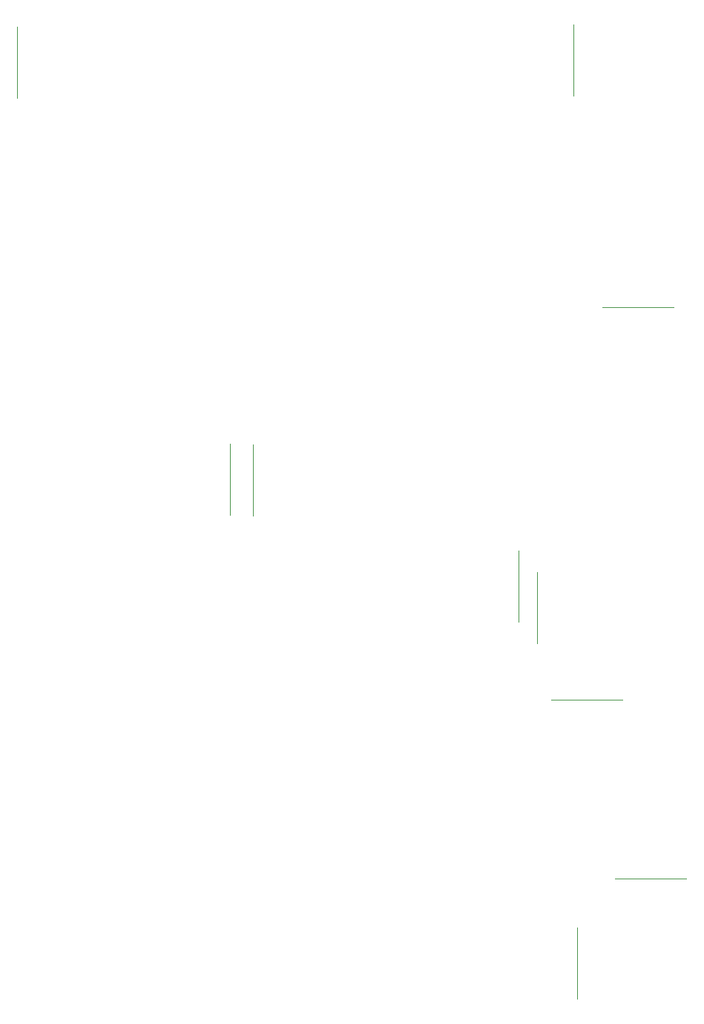
<source format=gbo>
%TF.GenerationSoftware,KiCad,Pcbnew,(6.0.6)*%
%TF.CreationDate,2022-10-07T01:39:02+08:00*%
%TF.ProjectId,7SegmentDisplay_DualLine_NoDriver_8Inches,37536567-6d65-46e7-9444-6973706c6179,rev?*%
%TF.SameCoordinates,Original*%
%TF.FileFunction,Legend,Bot*%
%TF.FilePolarity,Positive*%
%FSLAX46Y46*%
G04 Gerber Fmt 4.6, Leading zero omitted, Abs format (unit mm)*
G04 Created by KiCad (PCBNEW (6.0.6)) date 2022-10-07 01:39:02*
%MOMM*%
%LPD*%
G01*
G04 APERTURE LIST*
%ADD10C,0.120000*%
%ADD11R,1.800000X1.800000*%
%ADD12C,1.800000*%
%ADD13C,1.600000*%
%ADD14O,1.600000X1.600000*%
%ADD15C,1.400000*%
%ADD16O,1.400000X1.400000*%
%ADD17C,0.900000*%
%ADD18C,8.000000*%
%ADD19R,1.700000X1.700000*%
%ADD20O,1.700000X1.700000*%
G04 APERTURE END LIST*
D10*
%TO.C,REF\u002A\u002A*%
X347830000Y-74336000D02*
X347830000Y-82464000D01*
X411730000Y-177126000D02*
X411730000Y-185254000D01*
X405010000Y-134086000D02*
X405010000Y-142214000D01*
X411290000Y-74066000D02*
X411290000Y-82194000D01*
X414616000Y-106290000D02*
X422744000Y-106290000D01*
X416086000Y-171480000D02*
X424214000Y-171480000D01*
X407130000Y-136496000D02*
X407130000Y-144624000D01*
X372080000Y-121866000D02*
X372080000Y-129994000D01*
X374710000Y-122006000D02*
X374710000Y-130134000D01*
X408796000Y-151080000D02*
X416924000Y-151080000D01*
%TD*%
%LPC*%
D11*
%TO.C,REF\u002A\u002A*%
X407617500Y-83230000D03*
D12*
X405077500Y-83230000D03*
%TD*%
D11*
%TO.C,REF\u002A\u002A*%
X324772500Y-175470000D03*
D12*
X322232500Y-175470000D03*
%TD*%
D11*
%TO.C,REF\u002A\u002A*%
X324655000Y-19950000D03*
D12*
X322115000Y-19950000D03*
%TD*%
D11*
%TO.C,REF\u002A\u002A*%
X324787500Y-154470000D03*
D12*
X322247500Y-154470000D03*
%TD*%
D11*
%TO.C,REF\u002A\u002A*%
X418115000Y-194100000D03*
D12*
X415575000Y-194100000D03*
%TD*%
D11*
%TO.C,REF\u002A\u002A*%
X426075000Y-190100000D03*
D12*
X423535000Y-190100000D03*
%TD*%
D13*
%TO.C,REF\u002A\u002A*%
X340012500Y-129720000D03*
D14*
X340012500Y-139880000D03*
%TD*%
D11*
%TO.C,REF\u002A\u002A*%
X324655000Y-30450000D03*
D12*
X322115000Y-30450000D03*
%TD*%
D11*
%TO.C,REF\u002A\u002A*%
X427390000Y1040000D03*
D12*
X424850000Y1040000D03*
%TD*%
D11*
%TO.C,REF\u002A\u002A*%
X437875000Y-40960000D03*
D12*
X435335000Y-40960000D03*
%TD*%
D11*
%TO.C,REF\u002A\u002A*%
X354985000Y19790000D03*
D12*
X352445000Y19790000D03*
%TD*%
D11*
%TO.C,REF\u002A\u002A*%
X407485000Y19790000D03*
D12*
X404945000Y19790000D03*
%TD*%
D11*
%TO.C,REF\u002A\u002A*%
X335155000Y-30450000D03*
D12*
X332615000Y-30450000D03*
%TD*%
D11*
%TO.C,REF\u002A\u002A*%
X397115000Y-194100000D03*
D12*
X394575000Y-194100000D03*
%TD*%
D11*
%TO.C,REF\u002A\u002A*%
X418115000Y-186100000D03*
D12*
X415575000Y-186100000D03*
%TD*%
D13*
%TO.C,REF\u002A\u002A*%
X442615000Y-40630000D03*
D14*
X442615000Y-50790000D03*
%TD*%
D11*
%TO.C,REF\u002A\u002A*%
X427507500Y-175480000D03*
D12*
X424967500Y-175480000D03*
%TD*%
D11*
%TO.C,REF\u002A\u002A*%
X427375000Y-40960000D03*
D12*
X424835000Y-40960000D03*
%TD*%
D11*
%TO.C,REF\u002A\u002A*%
X427522500Y-164980000D03*
D12*
X424982500Y-164980000D03*
%TD*%
D11*
%TO.C,REF\u002A\u002A*%
X329880000Y9050000D03*
D12*
X327340000Y9050000D03*
%TD*%
D11*
%TO.C,REF\u002A\u002A*%
X397117500Y-83230000D03*
D12*
X394577500Y-83230000D03*
%TD*%
D13*
%TO.C,REF\u002A\u002A*%
X442615000Y-26710000D03*
D14*
X442615000Y-36870000D03*
%TD*%
D11*
%TO.C,REF\u002A\u002A*%
X375945000Y19790000D03*
D12*
X373405000Y19790000D03*
%TD*%
D13*
%TO.C,REF\u002A\u002A*%
X442615000Y-68380000D03*
D14*
X442615000Y-78540000D03*
%TD*%
D11*
%TO.C,REF\u002A\u002A*%
X386445000Y19790000D03*
D12*
X383905000Y19790000D03*
%TD*%
D15*
%TO.C,REF\u002A\u002A*%
X347830000Y-83480000D03*
D16*
X347830000Y-73320000D03*
%TD*%
D11*
%TO.C,REF\u002A\u002A*%
X354985000Y11790000D03*
D12*
X352445000Y11790000D03*
%TD*%
D11*
%TO.C,REF\u002A\u002A*%
X427522500Y-122980000D03*
D12*
X424982500Y-122980000D03*
%TD*%
D13*
%TO.C,REF\u002A\u002A*%
X339880000Y-68370000D03*
D14*
X339880000Y-78530000D03*
%TD*%
D11*
%TO.C,REF\u002A\u002A*%
X336600000Y-190100000D03*
D12*
X334060000Y-190100000D03*
%TD*%
D13*
%TO.C,REF\u002A\u002A*%
X340012500Y-101970000D03*
D14*
X340012500Y-112130000D03*
%TD*%
D13*
%TO.C,REF\u002A\u002A*%
X340012500Y-115800000D03*
D14*
X340012500Y-125960000D03*
%TD*%
D11*
%TO.C,REF\u002A\u002A*%
X336602500Y-87230000D03*
D12*
X334062500Y-87230000D03*
%TD*%
D11*
%TO.C,REF\u002A\u002A*%
X324772500Y-143970000D03*
D12*
X322232500Y-143970000D03*
%TD*%
D15*
%TO.C,REF\u002A\u002A*%
X411730000Y-186270000D03*
D16*
X411730000Y-176110000D03*
%TD*%
D13*
%TO.C,REF\u002A\u002A*%
X442747500Y-143650000D03*
D14*
X442747500Y-153810000D03*
%TD*%
D11*
%TO.C,REF\u002A\u002A*%
X386577500Y-83230000D03*
D12*
X384037500Y-83230000D03*
%TD*%
D11*
%TO.C,REF\u002A\u002A*%
X407485000Y11790000D03*
D12*
X404945000Y11790000D03*
%TD*%
D11*
%TO.C,REF\u002A\u002A*%
X376075000Y-194100000D03*
D12*
X373535000Y-194100000D03*
%TD*%
D11*
%TO.C,REF\u002A\u002A*%
X396985000Y19790000D03*
D12*
X394445000Y19790000D03*
%TD*%
D11*
%TO.C,REF\u002A\u002A*%
X427390000Y-61960000D03*
D12*
X424850000Y-61960000D03*
%TD*%
D13*
%TO.C,REF\u002A\u002A*%
X340012500Y-157470000D03*
D14*
X340012500Y-167630000D03*
%TD*%
D11*
%TO.C,REF\u002A\u002A*%
X355117500Y-83230000D03*
D12*
X352577500Y-83230000D03*
%TD*%
D11*
%TO.C,REF\u002A\u002A*%
X407615000Y-186100000D03*
D12*
X405075000Y-186100000D03*
%TD*%
D13*
%TO.C,REF\u002A\u002A*%
X354720000Y6290000D03*
D14*
X364880000Y6290000D03*
%TD*%
D13*
%TO.C,REF\u002A\u002A*%
X396520000Y-199600000D03*
D14*
X406680000Y-199600000D03*
%TD*%
D11*
%TO.C,REF\u002A\u002A*%
X418117500Y-83230000D03*
D12*
X415577500Y-83230000D03*
%TD*%
D11*
%TO.C,REF\u002A\u002A*%
X324640000Y-40950000D03*
D12*
X322100000Y-40950000D03*
%TD*%
D13*
%TO.C,REF\u002A\u002A*%
X339880000Y-26700000D03*
D14*
X339880000Y-36860000D03*
%TD*%
D11*
%TO.C,REF\u002A\u002A*%
X329905000Y-80450000D03*
D12*
X327365000Y-80450000D03*
%TD*%
D11*
%TO.C,REF\u002A\u002A*%
X335287500Y-154470000D03*
D12*
X332747500Y-154470000D03*
%TD*%
D13*
%TO.C,REF\u002A\u002A*%
X410310000Y6290000D03*
D14*
X420470000Y6290000D03*
%TD*%
D11*
%TO.C,REF\u002A\u002A*%
X427390000Y-19960000D03*
D12*
X424850000Y-19960000D03*
%TD*%
D11*
%TO.C,REF\u002A\u002A*%
X432772500Y-183480000D03*
D12*
X430232500Y-183480000D03*
%TD*%
D11*
%TO.C,REF\u002A\u002A*%
X335155000Y1050000D03*
D12*
X332615000Y1050000D03*
%TD*%
D13*
%TO.C,REF\u002A\u002A*%
X442615000Y-12790000D03*
D14*
X442615000Y-22950000D03*
%TD*%
D11*
%TO.C,REF\u002A\u002A*%
X427507500Y-143980000D03*
D12*
X424967500Y-143980000D03*
%TD*%
D11*
%TO.C,REF\u002A\u002A*%
X344577500Y-91230000D03*
D12*
X342037500Y-91230000D03*
%TD*%
D13*
%TO.C,REF\u002A\u002A*%
X442747500Y-129730000D03*
D14*
X442747500Y-139890000D03*
%TD*%
D11*
%TO.C,REF\u002A\u002A*%
X437890000Y1040000D03*
D12*
X435350000Y1040000D03*
%TD*%
D13*
%TO.C,REF\u002A\u002A*%
X354852500Y-96730000D03*
D14*
X365012500Y-96730000D03*
%TD*%
D11*
%TO.C,REF\u002A\u002A*%
X324787500Y-101970000D03*
D12*
X322247500Y-101970000D03*
%TD*%
D11*
%TO.C,REF\u002A\u002A*%
X427522500Y-101980000D03*
D12*
X424982500Y-101980000D03*
%TD*%
D11*
%TO.C,REF\u002A\u002A*%
X335155000Y-61950000D03*
D12*
X332615000Y-61950000D03*
%TD*%
D11*
%TO.C,REF\u002A\u002A*%
X335287500Y-164970000D03*
D12*
X332747500Y-164970000D03*
%TD*%
D17*
%TO.C,REF\u002A\u002A*%
X445350000Y-204240000D03*
X450471320Y-202118680D03*
X450471320Y-206361320D03*
X448350000Y-201240000D03*
X448350000Y-207240000D03*
D18*
X448350000Y-204240000D03*
D17*
X446228680Y-202118680D03*
X446228680Y-206361320D03*
X451350000Y-204240000D03*
%TD*%
D11*
%TO.C,REF\u002A\u002A*%
X437890000Y-61960000D03*
D12*
X435350000Y-61960000D03*
%TD*%
D13*
%TO.C,REF\u002A\u002A*%
X339880000Y-54450000D03*
D14*
X339880000Y-64610000D03*
%TD*%
D11*
%TO.C,REF\u002A\u002A*%
X386445000Y11790000D03*
D12*
X383905000Y11790000D03*
%TD*%
D11*
%TO.C,REF\u002A\u002A*%
X365445000Y11790000D03*
D12*
X362905000Y11790000D03*
%TD*%
D13*
%TO.C,REF\u002A\u002A*%
X354850000Y-199600000D03*
D14*
X365010000Y-199600000D03*
%TD*%
D11*
%TO.C,REF\u002A\u002A*%
X335140000Y-40950000D03*
D12*
X332600000Y-40950000D03*
%TD*%
D11*
%TO.C,REF\u002A\u002A*%
X335140000Y-72450000D03*
D12*
X332600000Y-72450000D03*
%TD*%
D11*
%TO.C,REF\u002A\u002A*%
X418117500Y-91230000D03*
D12*
X415577500Y-91230000D03*
%TD*%
D11*
%TO.C,REF\u002A\u002A*%
X425945000Y15790000D03*
D12*
X423405000Y15790000D03*
%TD*%
D15*
%TO.C,REF\u002A\u002A*%
X405010000Y-143230000D03*
D16*
X405010000Y-133070000D03*
%TD*%
D13*
%TO.C,REF\u002A\u002A*%
X368772500Y-96730000D03*
D14*
X378932500Y-96730000D03*
%TD*%
D15*
%TO.C,REF\u002A\u002A*%
X411290000Y-83210000D03*
D16*
X411290000Y-73050000D03*
%TD*%
D13*
%TO.C,REF\u002A\u002A*%
X410442500Y-96730000D03*
D14*
X420602500Y-96730000D03*
%TD*%
D11*
%TO.C,REF\u002A\u002A*%
X397115000Y-186100000D03*
D12*
X394575000Y-186100000D03*
%TD*%
D11*
%TO.C,REF\u002A\u002A*%
X335155000Y-19950000D03*
D12*
X332615000Y-19950000D03*
%TD*%
D17*
%TO.C,REF\u002A\u002A*%
X451471320Y26638680D03*
X452350000Y28760000D03*
X449350000Y25760000D03*
X449350000Y31760000D03*
X447228680Y26638680D03*
D18*
X449350000Y28760000D03*
D17*
X446350000Y28760000D03*
X451471320Y30881320D03*
X447228680Y30881320D03*
%TD*%
D13*
%TO.C,REF\u002A\u002A*%
X382692500Y-96730000D03*
D14*
X392852500Y-96730000D03*
%TD*%
D11*
%TO.C,REF\u002A\u002A*%
X438022500Y-164980000D03*
D12*
X435482500Y-164980000D03*
%TD*%
D17*
%TO.C,REF\u002A\u002A*%
X316700000Y31700000D03*
X316700000Y25700000D03*
X313700000Y28700000D03*
D18*
X316700000Y28700000D03*
D17*
X319700000Y28700000D03*
X314578680Y30821320D03*
X318821320Y26578680D03*
X318821320Y30821320D03*
X314578680Y26578680D03*
%TD*%
D13*
%TO.C,REF\u002A\u002A*%
X339880000Y-40620000D03*
D14*
X339880000Y-50780000D03*
%TD*%
D13*
%TO.C,REF\u002A\u002A*%
X339880000Y-12780000D03*
D14*
X339880000Y-22940000D03*
%TD*%
D11*
%TO.C,REF\u002A\u002A*%
X376075000Y-186100000D03*
D12*
X373535000Y-186100000D03*
%TD*%
D11*
%TO.C,REF\u002A\u002A*%
X438022500Y-122980000D03*
D12*
X435482500Y-122980000D03*
%TD*%
D13*
%TO.C,REF\u002A\u002A*%
X442615000Y1040000D03*
D14*
X442615000Y-9120000D03*
%TD*%
D13*
%TO.C,REF\u002A\u002A*%
X341020000Y-199600000D03*
D14*
X351180000Y-199600000D03*
%TD*%
D11*
%TO.C,REF\u002A\u002A*%
X437890000Y-19960000D03*
D12*
X435350000Y-19960000D03*
%TD*%
D13*
%TO.C,REF\u002A\u002A*%
X382560000Y6290000D03*
D14*
X392720000Y6290000D03*
%TD*%
D11*
%TO.C,REF\u002A\u002A*%
X335287500Y-101970000D03*
D12*
X332747500Y-101970000D03*
%TD*%
D11*
%TO.C,REF\u002A\u002A*%
X324655000Y-51450000D03*
D12*
X322115000Y-51450000D03*
%TD*%
D11*
%TO.C,REF\u002A\u002A*%
X376077500Y-83230000D03*
D12*
X373537500Y-83230000D03*
%TD*%
D13*
%TO.C,REF\u002A\u002A*%
X442747500Y-101980000D03*
D14*
X442747500Y-112140000D03*
%TD*%
D11*
%TO.C,REF\u002A\u002A*%
X426077500Y-87230000D03*
D12*
X423537500Y-87230000D03*
%TD*%
D11*
%TO.C,REF\u002A\u002A*%
X427522500Y-133480000D03*
D12*
X424982500Y-133480000D03*
%TD*%
D11*
%TO.C,REF\u002A\u002A*%
X437875000Y-72460000D03*
D12*
X435335000Y-72460000D03*
%TD*%
D15*
%TO.C,REF\u002A\u002A*%
X423760000Y-106290000D03*
D16*
X413600000Y-106290000D03*
%TD*%
D11*
%TO.C,REF\u002A\u002A*%
X335287500Y-122970000D03*
D12*
X332747500Y-122970000D03*
%TD*%
D11*
%TO.C,REF\u002A\u002A*%
X437890000Y-30460000D03*
D12*
X435350000Y-30460000D03*
%TD*%
D17*
%TO.C,REF\u002A\u002A*%
X313700000Y-204300000D03*
X318821320Y-202178680D03*
X319700000Y-204300000D03*
D18*
X316700000Y-204300000D03*
D17*
X314578680Y-202178680D03*
X318821320Y-206421320D03*
X316700000Y-201300000D03*
X316700000Y-207300000D03*
X314578680Y-206421320D03*
%TD*%
D11*
%TO.C,REF\u002A\u002A*%
X438007500Y-175480000D03*
D12*
X435467500Y-175480000D03*
%TD*%
D11*
%TO.C,REF\u002A\u002A*%
X427390000Y-51460000D03*
D12*
X424850000Y-51460000D03*
%TD*%
D11*
%TO.C,REF\u002A\u002A*%
X365577500Y-91230000D03*
D12*
X363037500Y-91230000D03*
%TD*%
D11*
%TO.C,REF\u002A\u002A*%
X438022500Y-154480000D03*
D12*
X435482500Y-154480000D03*
%TD*%
D11*
%TO.C,REF\u002A\u002A*%
X355115000Y-194100000D03*
D12*
X352575000Y-194100000D03*
%TD*%
D11*
%TO.C,REF\u002A\u002A*%
X427390000Y-30460000D03*
D12*
X424850000Y-30460000D03*
%TD*%
D13*
%TO.C,REF\u002A\u002A*%
X382690000Y-199600000D03*
D14*
X392850000Y-199600000D03*
%TD*%
D11*
%TO.C,REF\u002A\u002A*%
X407615000Y-194100000D03*
D12*
X405075000Y-194100000D03*
%TD*%
D13*
%TO.C,REF\u002A\u002A*%
X410440000Y-199600000D03*
D14*
X420600000Y-199600000D03*
%TD*%
D19*
%TO.C,REF\u002A\u002A*%
X389865000Y-154710000D03*
D20*
X387325000Y-154710000D03*
X384785000Y-154710000D03*
X382245000Y-154710000D03*
X379705000Y-154710000D03*
X377165000Y-154710000D03*
X374625000Y-154710000D03*
X372085000Y-154710000D03*
%TD*%
D13*
%TO.C,REF\u002A\u002A*%
X396390000Y6290000D03*
D14*
X406550000Y6290000D03*
%TD*%
D11*
%TO.C,REF\u002A\u002A*%
X335287500Y-133470000D03*
D12*
X332747500Y-133470000D03*
%TD*%
D13*
%TO.C,REF\u002A\u002A*%
X442747500Y-115810000D03*
D14*
X442747500Y-125970000D03*
%TD*%
D15*
%TO.C,REF\u002A\u002A*%
X425230000Y-171480000D03*
D16*
X415070000Y-171480000D03*
%TD*%
D13*
%TO.C,REF\u002A\u002A*%
X442747500Y-157480000D03*
D14*
X442747500Y-167640000D03*
%TD*%
D13*
%TO.C,REF\u002A\u002A*%
X442747500Y-171400000D03*
D14*
X442747500Y-181560000D03*
%TD*%
D11*
%TO.C,REF\u002A\u002A*%
X432747500Y-93980000D03*
D12*
X430207500Y-93980000D03*
%TD*%
D11*
%TO.C,REF\u002A\u002A*%
X344445000Y11790000D03*
D12*
X341905000Y11790000D03*
%TD*%
D11*
%TO.C,REF\u002A\u002A*%
X324787500Y-164970000D03*
D12*
X322247500Y-164970000D03*
%TD*%
D19*
%TO.C,REF\u002A\u002A*%
X389860000Y-151100000D03*
D20*
X387320000Y-151100000D03*
X384780000Y-151100000D03*
X382240000Y-151100000D03*
X379700000Y-151100000D03*
X377160000Y-151100000D03*
X374620000Y-151100000D03*
X372080000Y-151100000D03*
%TD*%
D15*
%TO.C,REF\u002A\u002A*%
X407130000Y-145640000D03*
D16*
X407130000Y-135480000D03*
%TD*%
D11*
%TO.C,REF\u002A\u002A*%
X438022500Y-101980000D03*
D12*
X435482500Y-101980000D03*
%TD*%
D11*
%TO.C,REF\u002A\u002A*%
X344575000Y-186100000D03*
D12*
X342035000Y-186100000D03*
%TD*%
D13*
%TO.C,REF\u002A\u002A*%
X368770000Y-199600000D03*
D14*
X378930000Y-199600000D03*
%TD*%
D11*
%TO.C,REF\u002A\u002A*%
X438007500Y-143980000D03*
D12*
X435467500Y-143980000D03*
%TD*%
D11*
%TO.C,REF\u002A\u002A*%
X324787500Y-122970000D03*
D12*
X322247500Y-122970000D03*
%TD*%
D13*
%TO.C,REF\u002A\u002A*%
X339880000Y1050000D03*
D14*
X339880000Y-9110000D03*
%TD*%
D11*
%TO.C,REF\u002A\u002A*%
X427522500Y-154480000D03*
D12*
X424982500Y-154480000D03*
%TD*%
D11*
%TO.C,REF\u002A\u002A*%
X335272500Y-143970000D03*
D12*
X332732500Y-143970000D03*
%TD*%
D11*
%TO.C,REF\u002A\u002A*%
X365577500Y-83230000D03*
D12*
X363037500Y-83230000D03*
%TD*%
D11*
%TO.C,REF\u002A\u002A*%
X344577500Y-83230000D03*
D12*
X342037500Y-83230000D03*
%TD*%
D11*
%TO.C,REF\u002A\u002A*%
X324640000Y-72450000D03*
D12*
X322100000Y-72450000D03*
%TD*%
D11*
%TO.C,REF\u002A\u002A*%
X335272500Y-175470000D03*
D12*
X332732500Y-175470000D03*
%TD*%
D11*
%TO.C,REF\u002A\u002A*%
X386577500Y-91230000D03*
D12*
X384037500Y-91230000D03*
%TD*%
D11*
%TO.C,REF\u002A\u002A*%
X335170000Y-9450000D03*
D12*
X332630000Y-9450000D03*
%TD*%
D11*
%TO.C,REF\u002A\u002A*%
X438022500Y-133480000D03*
D12*
X435482500Y-133480000D03*
%TD*%
D11*
%TO.C,REF\u002A\u002A*%
X396985000Y11790000D03*
D12*
X394445000Y11790000D03*
%TD*%
D11*
%TO.C,REF\u002A\u002A*%
X386575000Y-186100000D03*
D12*
X384035000Y-186100000D03*
%TD*%
D11*
%TO.C,REF\u002A\u002A*%
X335302500Y-112470000D03*
D12*
X332762500Y-112470000D03*
%TD*%
D13*
%TO.C,REF\u002A\u002A*%
X442615000Y-54460000D03*
D14*
X442615000Y-64620000D03*
%TD*%
D15*
%TO.C,REF\u002A\u002A*%
X372080000Y-131010000D03*
D16*
X372080000Y-120850000D03*
%TD*%
D11*
%TO.C,REF\u002A\u002A*%
X407617500Y-91230000D03*
D12*
X405077500Y-91230000D03*
%TD*%
D11*
%TO.C,REF\u002A\u002A*%
X427375000Y-72460000D03*
D12*
X424835000Y-72460000D03*
%TD*%
D11*
%TO.C,REF\u002A\u002A*%
X324802500Y-112470000D03*
D12*
X322262500Y-112470000D03*
%TD*%
D11*
%TO.C,REF\u002A\u002A*%
X335155000Y-51450000D03*
D12*
X332615000Y-51450000D03*
%TD*%
D11*
%TO.C,REF\u002A\u002A*%
X324655000Y1050000D03*
D12*
X322115000Y1050000D03*
%TD*%
D13*
%TO.C,REF\u002A\u002A*%
X340890000Y6290000D03*
D14*
X351050000Y6290000D03*
%TD*%
D11*
%TO.C,REF\u002A\u002A*%
X417985000Y19790000D03*
D12*
X415445000Y19790000D03*
%TD*%
D11*
%TO.C,REF\u002A\u002A*%
X437890000Y-51460000D03*
D12*
X435350000Y-51460000D03*
%TD*%
D13*
%TO.C,REF\u002A\u002A*%
X396522500Y-96730000D03*
D14*
X406682500Y-96730000D03*
%TD*%
D11*
%TO.C,REF\u002A\u002A*%
X432615000Y9040000D03*
D12*
X430075000Y9040000D03*
%TD*%
D13*
%TO.C,REF\u002A\u002A*%
X341022500Y-96730000D03*
D14*
X351182500Y-96730000D03*
%TD*%
D11*
%TO.C,REF\u002A\u002A*%
X386575000Y-194100000D03*
D12*
X384035000Y-194100000D03*
%TD*%
D11*
%TO.C,REF\u002A\u002A*%
X438037500Y-112480000D03*
D12*
X435497500Y-112480000D03*
%TD*%
D11*
%TO.C,REF\u002A\u002A*%
X330037500Y-183470000D03*
D12*
X327497500Y-183470000D03*
%TD*%
D11*
%TO.C,REF\u002A\u002A*%
X336470000Y15790000D03*
D12*
X333930000Y15790000D03*
%TD*%
D11*
%TO.C,REF\u002A\u002A*%
X397117500Y-91230000D03*
D12*
X394577500Y-91230000D03*
%TD*%
D11*
%TO.C,REF\u002A\u002A*%
X365575000Y-194100000D03*
D12*
X363035000Y-194100000D03*
%TD*%
D11*
%TO.C,REF\u002A\u002A*%
X330012500Y-93970000D03*
D12*
X327472500Y-93970000D03*
%TD*%
D11*
%TO.C,REF\u002A\u002A*%
X375945000Y11790000D03*
D12*
X373405000Y11790000D03*
%TD*%
D13*
%TO.C,REF\u002A\u002A*%
X340012500Y-171390000D03*
D14*
X340012500Y-181550000D03*
%TD*%
D11*
%TO.C,REF\u002A\u002A*%
X365445000Y19790000D03*
D12*
X362905000Y19790000D03*
%TD*%
D11*
%TO.C,REF\u002A\u002A*%
X365575000Y-186100000D03*
D12*
X363035000Y-186100000D03*
%TD*%
D13*
%TO.C,REF\u002A\u002A*%
X340012500Y-143640000D03*
D14*
X340012500Y-153800000D03*
%TD*%
D11*
%TO.C,REF\u002A\u002A*%
X437905000Y-9460000D03*
D12*
X435365000Y-9460000D03*
%TD*%
D11*
%TO.C,REF\u002A\u002A*%
X427405000Y-9460000D03*
D12*
X424865000Y-9460000D03*
%TD*%
D13*
%TO.C,REF\u002A\u002A*%
X368640000Y6290000D03*
D14*
X378800000Y6290000D03*
%TD*%
D11*
%TO.C,REF\u002A\u002A*%
X324655000Y-61950000D03*
D12*
X322115000Y-61950000D03*
%TD*%
D11*
%TO.C,REF\u002A\u002A*%
X355117500Y-91230000D03*
D12*
X352577500Y-91230000D03*
%TD*%
D11*
%TO.C,REF\u002A\u002A*%
X324787500Y-133470000D03*
D12*
X322247500Y-133470000D03*
%TD*%
D11*
%TO.C,REF\u002A\u002A*%
X344445000Y19790000D03*
D12*
X341905000Y19790000D03*
%TD*%
D11*
%TO.C,REF\u002A\u002A*%
X427537500Y-112480000D03*
D12*
X424997500Y-112480000D03*
%TD*%
D11*
%TO.C,REF\u002A\u002A*%
X376077500Y-91230000D03*
D12*
X373537500Y-91230000D03*
%TD*%
D11*
%TO.C,REF\u002A\u002A*%
X432640000Y-80460000D03*
D12*
X430100000Y-80460000D03*
%TD*%
D11*
%TO.C,REF\u002A\u002A*%
X355115000Y-186100000D03*
D12*
X352575000Y-186100000D03*
%TD*%
D11*
%TO.C,REF\u002A\u002A*%
X324670000Y-9450000D03*
D12*
X322130000Y-9450000D03*
%TD*%
D11*
%TO.C,REF\u002A\u002A*%
X417985000Y11790000D03*
D12*
X415445000Y11790000D03*
%TD*%
D11*
%TO.C,REF\u002A\u002A*%
X344575000Y-194100000D03*
D12*
X342035000Y-194100000D03*
%TD*%
D15*
%TO.C,REF\u002A\u002A*%
X374710000Y-131150000D03*
D16*
X374710000Y-120990000D03*
%TD*%
D15*
%TO.C,REF\u002A\u002A*%
X417940000Y-151080000D03*
D16*
X407780000Y-151080000D03*
%TD*%
M02*

</source>
